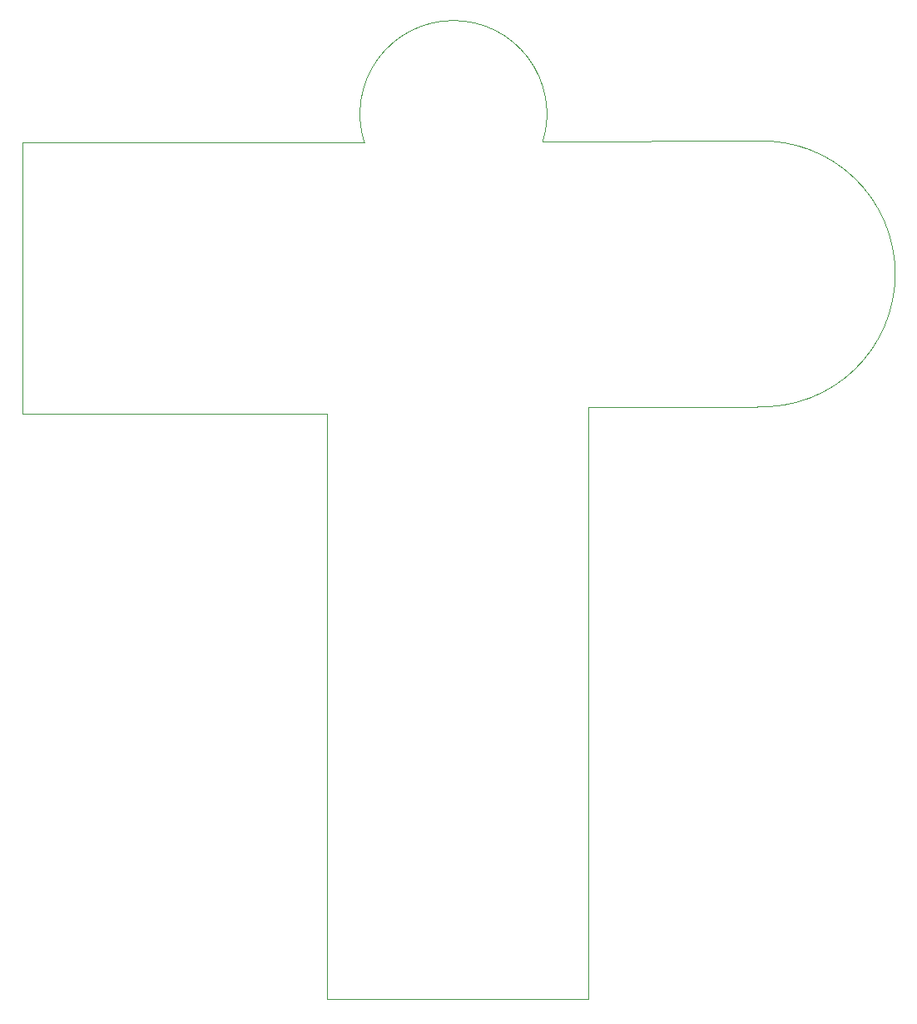
<source format=gbr>
%TF.GenerationSoftware,KiCad,Pcbnew,9.0.1*%
%TF.CreationDate,2025-04-28T16:37:29-06:00*%
%TF.ProjectId,Now were talkin,4e6f7720-7765-4726-9520-74616c6b696e,rev?*%
%TF.SameCoordinates,Original*%
%TF.FileFunction,Profile,NP*%
%FSLAX46Y46*%
G04 Gerber Fmt 4.6, Leading zero omitted, Abs format (unit mm)*
G04 Created by KiCad (PCBNEW 9.0.1) date 2025-04-28 16:37:29*
%MOMM*%
%LPD*%
G01*
G04 APERTURE LIST*
%TA.AperFunction,Profile*%
%ADD10C,0.050000*%
%TD*%
G04 APERTURE END LIST*
D10*
X200072711Y-93208878D02*
G75*
G02*
X200072369Y-120227369I499999J-13509252D01*
G01*
X125249885Y-120956808D02*
X125249885Y-93344898D01*
X160070028Y-93342542D02*
G75*
G02*
X178244164Y-93218131I9067802J2876622D01*
G01*
X156245057Y-120956808D02*
X125249885Y-120956808D01*
X200072711Y-93208878D02*
X178244166Y-93218132D01*
X182857292Y-120227378D02*
X182857292Y-180500000D01*
X156245057Y-180500000D02*
X156245057Y-120956808D01*
X200072369Y-120227378D02*
X182857292Y-120227378D01*
X125249885Y-93344898D02*
X160070029Y-93342542D01*
X182857292Y-180500000D02*
X156245057Y-180500000D01*
M02*

</source>
